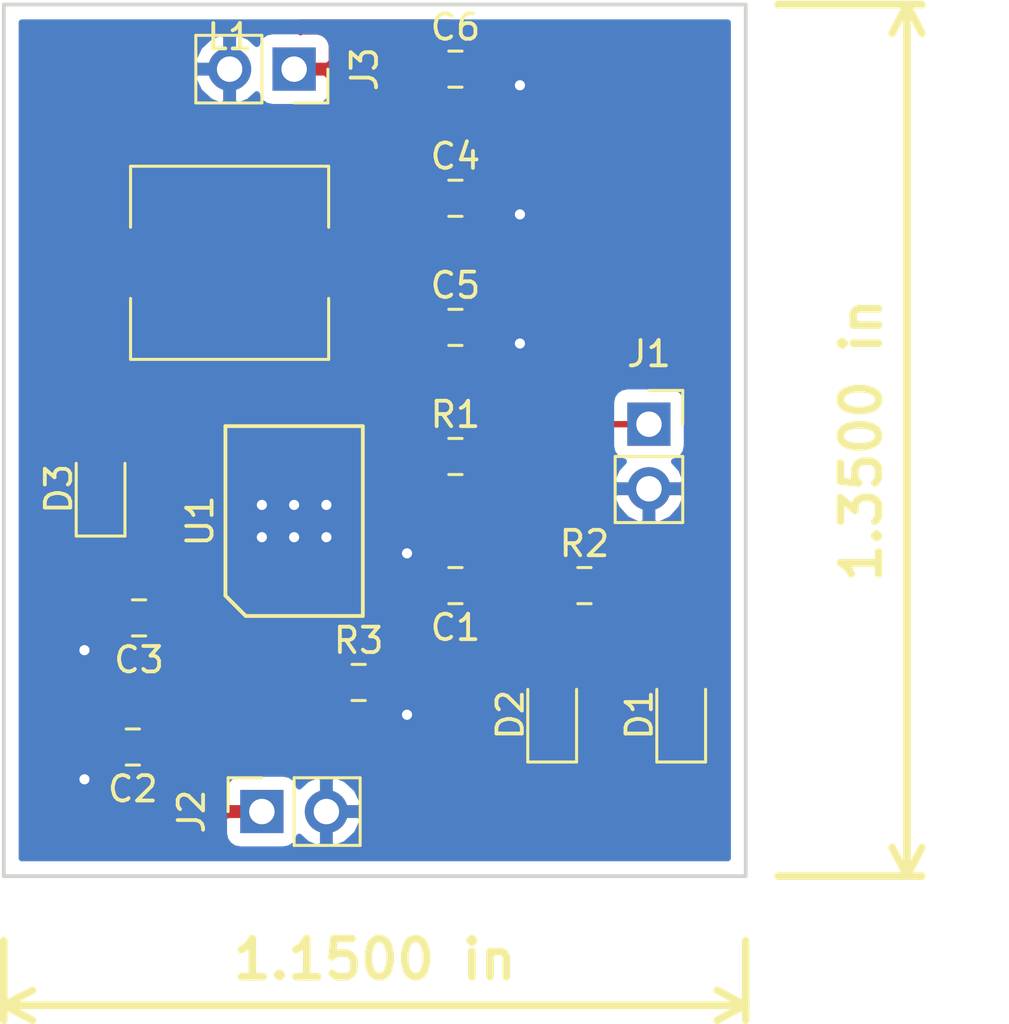
<source format=kicad_pcb>
(kicad_pcb (version 20171130) (host pcbnew 5.0.2+dfsg1-1)

  (general
    (thickness 1.6)
    (drawings 6)
    (tracks 88)
    (zones 0)
    (modules 17)
    (nets 11)
  )

  (page A4)
  (layers
    (0 F.Cu signal)
    (31 B.Cu signal)
    (32 B.Adhes user)
    (33 F.Adhes user)
    (34 B.Paste user)
    (35 F.Paste user)
    (36 B.SilkS user)
    (37 F.SilkS user)
    (38 B.Mask user)
    (39 F.Mask user)
    (40 Dwgs.User user)
    (41 Cmts.User user)
    (42 Eco1.User user)
    (43 Eco2.User user)
    (44 Edge.Cuts user)
    (45 Margin user)
    (46 B.CrtYd user)
    (47 F.CrtYd user)
    (48 B.Fab user)
    (49 F.Fab user)
  )

  (setup
    (last_trace_width 0.25)
    (trace_clearance 0.2)
    (zone_clearance 0.508)
    (zone_45_only no)
    (trace_min 0.2)
    (segment_width 0.2)
    (edge_width 0.15)
    (via_size 0.8)
    (via_drill 0.4)
    (via_min_size 0.4)
    (via_min_drill 0.3)
    (uvia_size 0.3)
    (uvia_drill 0.1)
    (uvias_allowed no)
    (uvia_min_size 0.2)
    (uvia_min_drill 0.1)
    (pcb_text_width 0.3)
    (pcb_text_size 1.5 1.5)
    (mod_edge_width 0.15)
    (mod_text_size 1 1)
    (mod_text_width 0.15)
    (pad_size 1.524 1.524)
    (pad_drill 0.762)
    (pad_to_mask_clearance 0.051)
    (solder_mask_min_width 0.25)
    (aux_axis_origin 0 0)
    (visible_elements FFFFFF7F)
    (pcbplotparams
      (layerselection 0x010fc_ffffffff)
      (usegerberextensions false)
      (usegerberattributes false)
      (usegerberadvancedattributes false)
      (creategerberjobfile false)
      (excludeedgelayer true)
      (linewidth 0.100000)
      (plotframeref false)
      (viasonmask false)
      (mode 1)
      (useauxorigin false)
      (hpglpennumber 1)
      (hpglpenspeed 20)
      (hpglpendiameter 15.000000)
      (psnegative false)
      (psa4output false)
      (plotreference true)
      (plotvalue true)
      (plotinvisibletext false)
      (padsonsilk false)
      (subtractmaskfromsilk false)
      (outputformat 1)
      (mirror false)
      (drillshape 1)
      (scaleselection 1)
      (outputdirectory ""))
  )

  (net 0 "")
  (net 1 GND)
  (net 2 vcc)
  (net 3 vout)
  (net 4 bat)
  (net 5 "Net-(D1-Pad2)")
  (net 6 chrgled)
  (net 7 stdbyled)
  (net 8 "Net-(D3-Pad2)")
  (net 9 "Net-(J1-Pad1)")
  (net 10 "Net-(R3-Pad1)")

  (net_class Default "This is the default net class."
    (clearance 0.2)
    (trace_width 0.25)
    (via_dia 0.8)
    (via_drill 0.4)
    (uvia_dia 0.3)
    (uvia_drill 0.1)
    (add_net GND)
    (add_net "Net-(D1-Pad2)")
    (add_net "Net-(D3-Pad2)")
    (add_net "Net-(J1-Pad1)")
    (add_net "Net-(R3-Pad1)")
    (add_net bat)
    (add_net chrgled)
    (add_net stdbyled)
    (add_net vcc)
    (add_net vout)
  )

  (module Capacitor_SMD:C_0805_2012Metric_Pad1.15x1.40mm_HandSolder (layer F.Cu) (tedit 5B36C52B) (tstamp 603C924C)
    (at 152.4 73.66 180)
    (descr "Capacitor SMD 0805 (2012 Metric), square (rectangular) end terminal, IPC_7351 nominal with elongated pad for handsoldering. (Body size source: https://docs.google.com/spreadsheets/d/1BsfQQcO9C6DZCsRaXUlFlo91Tg2WpOkGARC1WS5S8t0/edit?usp=sharing), generated with kicad-footprint-generator")
    (tags "capacitor handsolder")
    (path /600CDC42)
    (attr smd)
    (fp_text reference C1 (at 0 -1.65 180) (layer F.SilkS)
      (effects (font (size 1 1) (thickness 0.15)))
    )
    (fp_text value 10u (at 0 1.65 180) (layer F.Fab)
      (effects (font (size 1 1) (thickness 0.15)))
    )
    (fp_text user %R (at 0 0 180) (layer F.Fab)
      (effects (font (size 0.5 0.5) (thickness 0.08)))
    )
    (fp_line (start 1.85 0.95) (end -1.85 0.95) (layer F.CrtYd) (width 0.05))
    (fp_line (start 1.85 -0.95) (end 1.85 0.95) (layer F.CrtYd) (width 0.05))
    (fp_line (start -1.85 -0.95) (end 1.85 -0.95) (layer F.CrtYd) (width 0.05))
    (fp_line (start -1.85 0.95) (end -1.85 -0.95) (layer F.CrtYd) (width 0.05))
    (fp_line (start -0.261252 0.71) (end 0.261252 0.71) (layer F.SilkS) (width 0.12))
    (fp_line (start -0.261252 -0.71) (end 0.261252 -0.71) (layer F.SilkS) (width 0.12))
    (fp_line (start 1 0.6) (end -1 0.6) (layer F.Fab) (width 0.1))
    (fp_line (start 1 -0.6) (end 1 0.6) (layer F.Fab) (width 0.1))
    (fp_line (start -1 -0.6) (end 1 -0.6) (layer F.Fab) (width 0.1))
    (fp_line (start -1 0.6) (end -1 -0.6) (layer F.Fab) (width 0.1))
    (pad 2 smd roundrect (at 1.025 0 180) (size 1.15 1.4) (layers F.Cu F.Paste F.Mask) (roundrect_rratio 0.217391)
      (net 1 GND))
    (pad 1 smd roundrect (at -1.025 0 180) (size 1.15 1.4) (layers F.Cu F.Paste F.Mask) (roundrect_rratio 0.217391)
      (net 2 vcc))
    (model ${KISYS3DMOD}/Capacitor_SMD.3dshapes/C_0805_2012Metric.wrl
      (at (xyz 0 0 0))
      (scale (xyz 1 1 1))
      (rotate (xyz 0 0 0))
    )
  )

  (module Capacitor_SMD:C_0805_2012Metric_Pad1.15x1.40mm_HandSolder (layer F.Cu) (tedit 5B36C52B) (tstamp 603C925D)
    (at 139.7 80.01 180)
    (descr "Capacitor SMD 0805 (2012 Metric), square (rectangular) end terminal, IPC_7351 nominal with elongated pad for handsoldering. (Body size source: https://docs.google.com/spreadsheets/d/1BsfQQcO9C6DZCsRaXUlFlo91Tg2WpOkGARC1WS5S8t0/edit?usp=sharing), generated with kicad-footprint-generator")
    (tags "capacitor handsolder")
    (path /600C895B)
    (attr smd)
    (fp_text reference C2 (at 0 -1.65 180) (layer F.SilkS)
      (effects (font (size 1 1) (thickness 0.15)))
    )
    (fp_text value 22u (at 0 1.65 180) (layer F.Fab)
      (effects (font (size 1 1) (thickness 0.15)))
    )
    (fp_line (start -1 0.6) (end -1 -0.6) (layer F.Fab) (width 0.1))
    (fp_line (start -1 -0.6) (end 1 -0.6) (layer F.Fab) (width 0.1))
    (fp_line (start 1 -0.6) (end 1 0.6) (layer F.Fab) (width 0.1))
    (fp_line (start 1 0.6) (end -1 0.6) (layer F.Fab) (width 0.1))
    (fp_line (start -0.261252 -0.71) (end 0.261252 -0.71) (layer F.SilkS) (width 0.12))
    (fp_line (start -0.261252 0.71) (end 0.261252 0.71) (layer F.SilkS) (width 0.12))
    (fp_line (start -1.85 0.95) (end -1.85 -0.95) (layer F.CrtYd) (width 0.05))
    (fp_line (start -1.85 -0.95) (end 1.85 -0.95) (layer F.CrtYd) (width 0.05))
    (fp_line (start 1.85 -0.95) (end 1.85 0.95) (layer F.CrtYd) (width 0.05))
    (fp_line (start 1.85 0.95) (end -1.85 0.95) (layer F.CrtYd) (width 0.05))
    (fp_text user %R (at 0 0 180) (layer F.Fab)
      (effects (font (size 0.5 0.5) (thickness 0.08)))
    )
    (pad 1 smd roundrect (at -1.025 0 180) (size 1.15 1.4) (layers F.Cu F.Paste F.Mask) (roundrect_rratio 0.217391)
      (net 3 vout))
    (pad 2 smd roundrect (at 1.025 0 180) (size 1.15 1.4) (layers F.Cu F.Paste F.Mask) (roundrect_rratio 0.217391)
      (net 1 GND))
    (model ${KISYS3DMOD}/Capacitor_SMD.3dshapes/C_0805_2012Metric.wrl
      (at (xyz 0 0 0))
      (scale (xyz 1 1 1))
      (rotate (xyz 0 0 0))
    )
  )

  (module Capacitor_SMD:C_0805_2012Metric_Pad1.15x1.40mm_HandSolder (layer F.Cu) (tedit 5B36C52B) (tstamp 603C926E)
    (at 139.945 74.93 180)
    (descr "Capacitor SMD 0805 (2012 Metric), square (rectangular) end terminal, IPC_7351 nominal with elongated pad for handsoldering. (Body size source: https://docs.google.com/spreadsheets/d/1BsfQQcO9C6DZCsRaXUlFlo91Tg2WpOkGARC1WS5S8t0/edit?usp=sharing), generated with kicad-footprint-generator")
    (tags "capacitor handsolder")
    (path /600CA76E)
    (attr smd)
    (fp_text reference C3 (at 0 -1.65 180) (layer F.SilkS)
      (effects (font (size 1 1) (thickness 0.15)))
    )
    (fp_text value 100n (at 0 1.65 180) (layer F.Fab)
      (effects (font (size 1 1) (thickness 0.15)))
    )
    (fp_line (start -1 0.6) (end -1 -0.6) (layer F.Fab) (width 0.1))
    (fp_line (start -1 -0.6) (end 1 -0.6) (layer F.Fab) (width 0.1))
    (fp_line (start 1 -0.6) (end 1 0.6) (layer F.Fab) (width 0.1))
    (fp_line (start 1 0.6) (end -1 0.6) (layer F.Fab) (width 0.1))
    (fp_line (start -0.261252 -0.71) (end 0.261252 -0.71) (layer F.SilkS) (width 0.12))
    (fp_line (start -0.261252 0.71) (end 0.261252 0.71) (layer F.SilkS) (width 0.12))
    (fp_line (start -1.85 0.95) (end -1.85 -0.95) (layer F.CrtYd) (width 0.05))
    (fp_line (start -1.85 -0.95) (end 1.85 -0.95) (layer F.CrtYd) (width 0.05))
    (fp_line (start 1.85 -0.95) (end 1.85 0.95) (layer F.CrtYd) (width 0.05))
    (fp_line (start 1.85 0.95) (end -1.85 0.95) (layer F.CrtYd) (width 0.05))
    (fp_text user %R (at 0 0 180) (layer F.Fab)
      (effects (font (size 0.5 0.5) (thickness 0.08)))
    )
    (pad 1 smd roundrect (at -1.025 0 180) (size 1.15 1.4) (layers F.Cu F.Paste F.Mask) (roundrect_rratio 0.217391)
      (net 3 vout))
    (pad 2 smd roundrect (at 1.025 0 180) (size 1.15 1.4) (layers F.Cu F.Paste F.Mask) (roundrect_rratio 0.217391)
      (net 1 GND))
    (model ${KISYS3DMOD}/Capacitor_SMD.3dshapes/C_0805_2012Metric.wrl
      (at (xyz 0 0 0))
      (scale (xyz 1 1 1))
      (rotate (xyz 0 0 0))
    )
  )

  (module Capacitor_SMD:C_0805_2012Metric_Pad1.15x1.40mm_HandSolder (layer F.Cu) (tedit 5B36C52B) (tstamp 603C927F)
    (at 152.4 58.42)
    (descr "Capacitor SMD 0805 (2012 Metric), square (rectangular) end terminal, IPC_7351 nominal with elongated pad for handsoldering. (Body size source: https://docs.google.com/spreadsheets/d/1BsfQQcO9C6DZCsRaXUlFlo91Tg2WpOkGARC1WS5S8t0/edit?usp=sharing), generated with kicad-footprint-generator")
    (tags "capacitor handsolder")
    (path /600C8126)
    (attr smd)
    (fp_text reference C4 (at 0 -1.65) (layer F.SilkS)
      (effects (font (size 1 1) (thickness 0.15)))
    )
    (fp_text value 100n (at 0 1.65) (layer F.Fab)
      (effects (font (size 1 1) (thickness 0.15)))
    )
    (fp_line (start -1 0.6) (end -1 -0.6) (layer F.Fab) (width 0.1))
    (fp_line (start -1 -0.6) (end 1 -0.6) (layer F.Fab) (width 0.1))
    (fp_line (start 1 -0.6) (end 1 0.6) (layer F.Fab) (width 0.1))
    (fp_line (start 1 0.6) (end -1 0.6) (layer F.Fab) (width 0.1))
    (fp_line (start -0.261252 -0.71) (end 0.261252 -0.71) (layer F.SilkS) (width 0.12))
    (fp_line (start -0.261252 0.71) (end 0.261252 0.71) (layer F.SilkS) (width 0.12))
    (fp_line (start -1.85 0.95) (end -1.85 -0.95) (layer F.CrtYd) (width 0.05))
    (fp_line (start -1.85 -0.95) (end 1.85 -0.95) (layer F.CrtYd) (width 0.05))
    (fp_line (start 1.85 -0.95) (end 1.85 0.95) (layer F.CrtYd) (width 0.05))
    (fp_line (start 1.85 0.95) (end -1.85 0.95) (layer F.CrtYd) (width 0.05))
    (fp_text user %R (at 0 0) (layer F.Fab)
      (effects (font (size 0.5 0.5) (thickness 0.08)))
    )
    (pad 1 smd roundrect (at -1.025 0) (size 1.15 1.4) (layers F.Cu F.Paste F.Mask) (roundrect_rratio 0.217391)
      (net 4 bat))
    (pad 2 smd roundrect (at 1.025 0) (size 1.15 1.4) (layers F.Cu F.Paste F.Mask) (roundrect_rratio 0.217391)
      (net 1 GND))
    (model ${KISYS3DMOD}/Capacitor_SMD.3dshapes/C_0805_2012Metric.wrl
      (at (xyz 0 0 0))
      (scale (xyz 1 1 1))
      (rotate (xyz 0 0 0))
    )
  )

  (module Capacitor_SMD:C_0805_2012Metric_Pad1.15x1.40mm_HandSolder (layer F.Cu) (tedit 5B36C52B) (tstamp 603C9290)
    (at 152.4 63.5)
    (descr "Capacitor SMD 0805 (2012 Metric), square (rectangular) end terminal, IPC_7351 nominal with elongated pad for handsoldering. (Body size source: https://docs.google.com/spreadsheets/d/1BsfQQcO9C6DZCsRaXUlFlo91Tg2WpOkGARC1WS5S8t0/edit?usp=sharing), generated with kicad-footprint-generator")
    (tags "capacitor handsolder")
    (path /600C8035)
    (attr smd)
    (fp_text reference C5 (at 0 -1.65) (layer F.SilkS)
      (effects (font (size 1 1) (thickness 0.15)))
    )
    (fp_text value 22u (at 0 1.65) (layer F.Fab)
      (effects (font (size 1 1) (thickness 0.15)))
    )
    (fp_text user %R (at 0 0) (layer F.Fab)
      (effects (font (size 0.5 0.5) (thickness 0.08)))
    )
    (fp_line (start 1.85 0.95) (end -1.85 0.95) (layer F.CrtYd) (width 0.05))
    (fp_line (start 1.85 -0.95) (end 1.85 0.95) (layer F.CrtYd) (width 0.05))
    (fp_line (start -1.85 -0.95) (end 1.85 -0.95) (layer F.CrtYd) (width 0.05))
    (fp_line (start -1.85 0.95) (end -1.85 -0.95) (layer F.CrtYd) (width 0.05))
    (fp_line (start -0.261252 0.71) (end 0.261252 0.71) (layer F.SilkS) (width 0.12))
    (fp_line (start -0.261252 -0.71) (end 0.261252 -0.71) (layer F.SilkS) (width 0.12))
    (fp_line (start 1 0.6) (end -1 0.6) (layer F.Fab) (width 0.1))
    (fp_line (start 1 -0.6) (end 1 0.6) (layer F.Fab) (width 0.1))
    (fp_line (start -1 -0.6) (end 1 -0.6) (layer F.Fab) (width 0.1))
    (fp_line (start -1 0.6) (end -1 -0.6) (layer F.Fab) (width 0.1))
    (pad 2 smd roundrect (at 1.025 0) (size 1.15 1.4) (layers F.Cu F.Paste F.Mask) (roundrect_rratio 0.217391)
      (net 1 GND))
    (pad 1 smd roundrect (at -1.025 0) (size 1.15 1.4) (layers F.Cu F.Paste F.Mask) (roundrect_rratio 0.217391)
      (net 4 bat))
    (model ${KISYS3DMOD}/Capacitor_SMD.3dshapes/C_0805_2012Metric.wrl
      (at (xyz 0 0 0))
      (scale (xyz 1 1 1))
      (rotate (xyz 0 0 0))
    )
  )

  (module Capacitor_SMD:C_0805_2012Metric_Pad1.15x1.40mm_HandSolder (layer F.Cu) (tedit 5B36C52B) (tstamp 603C92A1)
    (at 152.4 53.34)
    (descr "Capacitor SMD 0805 (2012 Metric), square (rectangular) end terminal, IPC_7351 nominal with elongated pad for handsoldering. (Body size source: https://docs.google.com/spreadsheets/d/1BsfQQcO9C6DZCsRaXUlFlo91Tg2WpOkGARC1WS5S8t0/edit?usp=sharing), generated with kicad-footprint-generator")
    (tags "capacitor handsolder")
    (path /600C835B)
    (attr smd)
    (fp_text reference C6 (at 0 -1.65) (layer F.SilkS)
      (effects (font (size 1 1) (thickness 0.15)))
    )
    (fp_text value 22u (at 0 1.65) (layer F.Fab)
      (effects (font (size 1 1) (thickness 0.15)))
    )
    (fp_text user %R (at 0 0) (layer F.Fab)
      (effects (font (size 0.5 0.5) (thickness 0.08)))
    )
    (fp_line (start 1.85 0.95) (end -1.85 0.95) (layer F.CrtYd) (width 0.05))
    (fp_line (start 1.85 -0.95) (end 1.85 0.95) (layer F.CrtYd) (width 0.05))
    (fp_line (start -1.85 -0.95) (end 1.85 -0.95) (layer F.CrtYd) (width 0.05))
    (fp_line (start -1.85 0.95) (end -1.85 -0.95) (layer F.CrtYd) (width 0.05))
    (fp_line (start -0.261252 0.71) (end 0.261252 0.71) (layer F.SilkS) (width 0.12))
    (fp_line (start -0.261252 -0.71) (end 0.261252 -0.71) (layer F.SilkS) (width 0.12))
    (fp_line (start 1 0.6) (end -1 0.6) (layer F.Fab) (width 0.1))
    (fp_line (start 1 -0.6) (end 1 0.6) (layer F.Fab) (width 0.1))
    (fp_line (start -1 -0.6) (end 1 -0.6) (layer F.Fab) (width 0.1))
    (fp_line (start -1 0.6) (end -1 -0.6) (layer F.Fab) (width 0.1))
    (pad 2 smd roundrect (at 1.025 0) (size 1.15 1.4) (layers F.Cu F.Paste F.Mask) (roundrect_rratio 0.217391)
      (net 1 GND))
    (pad 1 smd roundrect (at -1.025 0) (size 1.15 1.4) (layers F.Cu F.Paste F.Mask) (roundrect_rratio 0.217391)
      (net 4 bat))
    (model ${KISYS3DMOD}/Capacitor_SMD.3dshapes/C_0805_2012Metric.wrl
      (at (xyz 0 0 0))
      (scale (xyz 1 1 1))
      (rotate (xyz 0 0 0))
    )
  )

  (module LED_SMD:LED_0805_2012Metric_Pad1.15x1.40mm_HandSolder (layer F.Cu) (tedit 5B4B45C9) (tstamp 603C92B4)
    (at 161.29 78.74 90)
    (descr "LED SMD 0805 (2012 Metric), square (rectangular) end terminal, IPC_7351 nominal, (Body size source: https://docs.google.com/spreadsheets/d/1BsfQQcO9C6DZCsRaXUlFlo91Tg2WpOkGARC1WS5S8t0/edit?usp=sharing), generated with kicad-footprint-generator")
    (tags "LED handsolder")
    (path /600CDE6A)
    (attr smd)
    (fp_text reference D1 (at 0 -1.65 90) (layer F.SilkS)
      (effects (font (size 1 1) (thickness 0.15)))
    )
    (fp_text value LED (at 0 1.65 90) (layer F.Fab)
      (effects (font (size 1 1) (thickness 0.15)))
    )
    (fp_text user %R (at 0 0 90) (layer F.Fab)
      (effects (font (size 0.5 0.5) (thickness 0.08)))
    )
    (fp_line (start 1.85 0.95) (end -1.85 0.95) (layer F.CrtYd) (width 0.05))
    (fp_line (start 1.85 -0.95) (end 1.85 0.95) (layer F.CrtYd) (width 0.05))
    (fp_line (start -1.85 -0.95) (end 1.85 -0.95) (layer F.CrtYd) (width 0.05))
    (fp_line (start -1.85 0.95) (end -1.85 -0.95) (layer F.CrtYd) (width 0.05))
    (fp_line (start -1.86 0.96) (end 1 0.96) (layer F.SilkS) (width 0.12))
    (fp_line (start -1.86 -0.96) (end -1.86 0.96) (layer F.SilkS) (width 0.12))
    (fp_line (start 1 -0.96) (end -1.86 -0.96) (layer F.SilkS) (width 0.12))
    (fp_line (start 1 0.6) (end 1 -0.6) (layer F.Fab) (width 0.1))
    (fp_line (start -1 0.6) (end 1 0.6) (layer F.Fab) (width 0.1))
    (fp_line (start -1 -0.3) (end -1 0.6) (layer F.Fab) (width 0.1))
    (fp_line (start -0.7 -0.6) (end -1 -0.3) (layer F.Fab) (width 0.1))
    (fp_line (start 1 -0.6) (end -0.7 -0.6) (layer F.Fab) (width 0.1))
    (pad 2 smd roundrect (at 1.025 0 90) (size 1.15 1.4) (layers F.Cu F.Paste F.Mask) (roundrect_rratio 0.217391)
      (net 5 "Net-(D1-Pad2)"))
    (pad 1 smd roundrect (at -1.025 0 90) (size 1.15 1.4) (layers F.Cu F.Paste F.Mask) (roundrect_rratio 0.217391)
      (net 6 chrgled))
    (model ${KISYS3DMOD}/LED_SMD.3dshapes/LED_0805_2012Metric.wrl
      (at (xyz 0 0 0))
      (scale (xyz 1 1 1))
      (rotate (xyz 0 0 0))
    )
  )

  (module LED_SMD:LED_0805_2012Metric_Pad1.15x1.40mm_HandSolder (layer F.Cu) (tedit 5B4B45C9) (tstamp 603C92C7)
    (at 156.21 78.74 90)
    (descr "LED SMD 0805 (2012 Metric), square (rectangular) end terminal, IPC_7351 nominal, (Body size source: https://docs.google.com/spreadsheets/d/1BsfQQcO9C6DZCsRaXUlFlo91Tg2WpOkGARC1WS5S8t0/edit?usp=sharing), generated with kicad-footprint-generator")
    (tags "LED handsolder")
    (path /600CDEEF)
    (attr smd)
    (fp_text reference D2 (at 0 -1.65 90) (layer F.SilkS)
      (effects (font (size 1 1) (thickness 0.15)))
    )
    (fp_text value LED (at 0 1.65 90) (layer F.Fab)
      (effects (font (size 1 1) (thickness 0.15)))
    )
    (fp_line (start 1 -0.6) (end -0.7 -0.6) (layer F.Fab) (width 0.1))
    (fp_line (start -0.7 -0.6) (end -1 -0.3) (layer F.Fab) (width 0.1))
    (fp_line (start -1 -0.3) (end -1 0.6) (layer F.Fab) (width 0.1))
    (fp_line (start -1 0.6) (end 1 0.6) (layer F.Fab) (width 0.1))
    (fp_line (start 1 0.6) (end 1 -0.6) (layer F.Fab) (width 0.1))
    (fp_line (start 1 -0.96) (end -1.86 -0.96) (layer F.SilkS) (width 0.12))
    (fp_line (start -1.86 -0.96) (end -1.86 0.96) (layer F.SilkS) (width 0.12))
    (fp_line (start -1.86 0.96) (end 1 0.96) (layer F.SilkS) (width 0.12))
    (fp_line (start -1.85 0.95) (end -1.85 -0.95) (layer F.CrtYd) (width 0.05))
    (fp_line (start -1.85 -0.95) (end 1.85 -0.95) (layer F.CrtYd) (width 0.05))
    (fp_line (start 1.85 -0.95) (end 1.85 0.95) (layer F.CrtYd) (width 0.05))
    (fp_line (start 1.85 0.95) (end -1.85 0.95) (layer F.CrtYd) (width 0.05))
    (fp_text user %R (at 0 0 90) (layer F.Fab)
      (effects (font (size 0.5 0.5) (thickness 0.08)))
    )
    (pad 1 smd roundrect (at -1.025 0 90) (size 1.15 1.4) (layers F.Cu F.Paste F.Mask) (roundrect_rratio 0.217391)
      (net 7 stdbyled))
    (pad 2 smd roundrect (at 1.025 0 90) (size 1.15 1.4) (layers F.Cu F.Paste F.Mask) (roundrect_rratio 0.217391)
      (net 5 "Net-(D1-Pad2)"))
    (model ${KISYS3DMOD}/LED_SMD.3dshapes/LED_0805_2012Metric.wrl
      (at (xyz 0 0 0))
      (scale (xyz 1 1 1))
      (rotate (xyz 0 0 0))
    )
  )

  (module Diode_SMD:D_0805_2012Metric_Pad1.15x1.40mm_HandSolder (layer F.Cu) (tedit 5B4B45C8) (tstamp 603CA10B)
    (at 138.43 69.85 90)
    (descr "Diode SMD 0805 (2012 Metric), square (rectangular) end terminal, IPC_7351 nominal, (Body size source: https://docs.google.com/spreadsheets/d/1BsfQQcO9C6DZCsRaXUlFlo91Tg2WpOkGARC1WS5S8t0/edit?usp=sharing), generated with kicad-footprint-generator")
    (tags "diode handsolder")
    (path /600C7D57)
    (attr smd)
    (fp_text reference D3 (at 0 -1.65 90) (layer F.SilkS)
      (effects (font (size 1 1) (thickness 0.15)))
    )
    (fp_text value 3A20V (at 0 1.65 90) (layer F.Fab)
      (effects (font (size 1 1) (thickness 0.15)))
    )
    (fp_line (start 1 -0.6) (end -0.7 -0.6) (layer F.Fab) (width 0.1))
    (fp_line (start -0.7 -0.6) (end -1 -0.3) (layer F.Fab) (width 0.1))
    (fp_line (start -1 -0.3) (end -1 0.6) (layer F.Fab) (width 0.1))
    (fp_line (start -1 0.6) (end 1 0.6) (layer F.Fab) (width 0.1))
    (fp_line (start 1 0.6) (end 1 -0.6) (layer F.Fab) (width 0.1))
    (fp_line (start 1 -0.96) (end -1.86 -0.96) (layer F.SilkS) (width 0.12))
    (fp_line (start -1.86 -0.96) (end -1.86 0.96) (layer F.SilkS) (width 0.12))
    (fp_line (start -1.86 0.96) (end 1 0.96) (layer F.SilkS) (width 0.12))
    (fp_line (start -1.85 0.95) (end -1.85 -0.95) (layer F.CrtYd) (width 0.05))
    (fp_line (start -1.85 -0.95) (end 1.85 -0.95) (layer F.CrtYd) (width 0.05))
    (fp_line (start 1.85 -0.95) (end 1.85 0.95) (layer F.CrtYd) (width 0.05))
    (fp_line (start 1.85 0.95) (end -1.85 0.95) (layer F.CrtYd) (width 0.05))
    (fp_text user %R (at 0 0 90) (layer F.Fab)
      (effects (font (size 0.5 0.5) (thickness 0.08)))
    )
    (pad 1 smd roundrect (at -1.025 0 90) (size 1.15 1.4) (layers F.Cu F.Paste F.Mask) (roundrect_rratio 0.217391)
      (net 3 vout))
    (pad 2 smd roundrect (at 1.025 0 90) (size 1.15 1.4) (layers F.Cu F.Paste F.Mask) (roundrect_rratio 0.217391)
      (net 8 "Net-(D3-Pad2)"))
    (model ${KISYS3DMOD}/Diode_SMD.3dshapes/D_0805_2012Metric.wrl
      (at (xyz 0 0 0))
      (scale (xyz 1 1 1))
      (rotate (xyz 0 0 0))
    )
  )

  (module Connector_PinSocket_2.54mm:PinSocket_1x02_P2.54mm_Vertical (layer F.Cu) (tedit 5A19A420) (tstamp 603C92F0)
    (at 160.02 67.31)
    (descr "Through hole straight socket strip, 1x02, 2.54mm pitch, single row (from Kicad 4.0.7), script generated")
    (tags "Through hole socket strip THT 1x02 2.54mm single row")
    (path /600C8671)
    (fp_text reference J1 (at 0 -2.77) (layer F.SilkS)
      (effects (font (size 1 1) (thickness 0.15)))
    )
    (fp_text value vin (at 0 5.31) (layer F.Fab)
      (effects (font (size 1 1) (thickness 0.15)))
    )
    (fp_line (start -1.27 -1.27) (end 0.635 -1.27) (layer F.Fab) (width 0.1))
    (fp_line (start 0.635 -1.27) (end 1.27 -0.635) (layer F.Fab) (width 0.1))
    (fp_line (start 1.27 -0.635) (end 1.27 3.81) (layer F.Fab) (width 0.1))
    (fp_line (start 1.27 3.81) (end -1.27 3.81) (layer F.Fab) (width 0.1))
    (fp_line (start -1.27 3.81) (end -1.27 -1.27) (layer F.Fab) (width 0.1))
    (fp_line (start -1.33 1.27) (end 1.33 1.27) (layer F.SilkS) (width 0.12))
    (fp_line (start -1.33 1.27) (end -1.33 3.87) (layer F.SilkS) (width 0.12))
    (fp_line (start -1.33 3.87) (end 1.33 3.87) (layer F.SilkS) (width 0.12))
    (fp_line (start 1.33 1.27) (end 1.33 3.87) (layer F.SilkS) (width 0.12))
    (fp_line (start 1.33 -1.33) (end 1.33 0) (layer F.SilkS) (width 0.12))
    (fp_line (start 0 -1.33) (end 1.33 -1.33) (layer F.SilkS) (width 0.12))
    (fp_line (start -1.8 -1.8) (end 1.75 -1.8) (layer F.CrtYd) (width 0.05))
    (fp_line (start 1.75 -1.8) (end 1.75 4.3) (layer F.CrtYd) (width 0.05))
    (fp_line (start 1.75 4.3) (end -1.8 4.3) (layer F.CrtYd) (width 0.05))
    (fp_line (start -1.8 4.3) (end -1.8 -1.8) (layer F.CrtYd) (width 0.05))
    (fp_text user %R (at 0 1.27 90) (layer F.Fab)
      (effects (font (size 1 1) (thickness 0.15)))
    )
    (pad 1 thru_hole rect (at 0 0) (size 1.7 1.7) (drill 1) (layers *.Cu *.Mask)
      (net 9 "Net-(J1-Pad1)"))
    (pad 2 thru_hole oval (at 0 2.54) (size 1.7 1.7) (drill 1) (layers *.Cu *.Mask)
      (net 1 GND))
    (model ${KISYS3DMOD}/Connector_PinSocket_2.54mm.3dshapes/PinSocket_1x02_P2.54mm_Vertical.wrl
      (at (xyz 0 0 0))
      (scale (xyz 1 1 1))
      (rotate (xyz 0 0 0))
    )
  )

  (module Connector_PinSocket_2.54mm:PinSocket_1x02_P2.54mm_Vertical (layer F.Cu) (tedit 5A19A420) (tstamp 603C9306)
    (at 144.78 82.55 90)
    (descr "Through hole straight socket strip, 1x02, 2.54mm pitch, single row (from Kicad 4.0.7), script generated")
    (tags "Through hole socket strip THT 1x02 2.54mm single row")
    (path /600C874F)
    (fp_text reference J2 (at 0 -2.77 90) (layer F.SilkS)
      (effects (font (size 1 1) (thickness 0.15)))
    )
    (fp_text value vout (at 0 5.31 90) (layer F.Fab)
      (effects (font (size 1 1) (thickness 0.15)))
    )
    (fp_text user %R (at 0 1.27 180) (layer F.Fab)
      (effects (font (size 1 1) (thickness 0.15)))
    )
    (fp_line (start -1.8 4.3) (end -1.8 -1.8) (layer F.CrtYd) (width 0.05))
    (fp_line (start 1.75 4.3) (end -1.8 4.3) (layer F.CrtYd) (width 0.05))
    (fp_line (start 1.75 -1.8) (end 1.75 4.3) (layer F.CrtYd) (width 0.05))
    (fp_line (start -1.8 -1.8) (end 1.75 -1.8) (layer F.CrtYd) (width 0.05))
    (fp_line (start 0 -1.33) (end 1.33 -1.33) (layer F.SilkS) (width 0.12))
    (fp_line (start 1.33 -1.33) (end 1.33 0) (layer F.SilkS) (width 0.12))
    (fp_line (start 1.33 1.27) (end 1.33 3.87) (layer F.SilkS) (width 0.12))
    (fp_line (start -1.33 3.87) (end 1.33 3.87) (layer F.SilkS) (width 0.12))
    (fp_line (start -1.33 1.27) (end -1.33 3.87) (layer F.SilkS) (width 0.12))
    (fp_line (start -1.33 1.27) (end 1.33 1.27) (layer F.SilkS) (width 0.12))
    (fp_line (start -1.27 3.81) (end -1.27 -1.27) (layer F.Fab) (width 0.1))
    (fp_line (start 1.27 3.81) (end -1.27 3.81) (layer F.Fab) (width 0.1))
    (fp_line (start 1.27 -0.635) (end 1.27 3.81) (layer F.Fab) (width 0.1))
    (fp_line (start 0.635 -1.27) (end 1.27 -0.635) (layer F.Fab) (width 0.1))
    (fp_line (start -1.27 -1.27) (end 0.635 -1.27) (layer F.Fab) (width 0.1))
    (pad 2 thru_hole oval (at 0 2.54 90) (size 1.7 1.7) (drill 1) (layers *.Cu *.Mask)
      (net 1 GND))
    (pad 1 thru_hole rect (at 0 0 90) (size 1.7 1.7) (drill 1) (layers *.Cu *.Mask)
      (net 3 vout))
    (model ${KISYS3DMOD}/Connector_PinSocket_2.54mm.3dshapes/PinSocket_1x02_P2.54mm_Vertical.wrl
      (at (xyz 0 0 0))
      (scale (xyz 1 1 1))
      (rotate (xyz 0 0 0))
    )
  )

  (module Connector_PinSocket_2.54mm:PinSocket_1x02_P2.54mm_Vertical (layer F.Cu) (tedit 5A19A420) (tstamp 603C931C)
    (at 146.05 53.34 270)
    (descr "Through hole straight socket strip, 1x02, 2.54mm pitch, single row (from Kicad 4.0.7), script generated")
    (tags "Through hole socket strip THT 1x02 2.54mm single row")
    (path /600C8304)
    (fp_text reference J3 (at 0 -2.77 270) (layer F.SilkS)
      (effects (font (size 1 1) (thickness 0.15)))
    )
    (fp_text value battery (at 0 5.31 270) (layer F.Fab)
      (effects (font (size 1 1) (thickness 0.15)))
    )
    (fp_line (start -1.27 -1.27) (end 0.635 -1.27) (layer F.Fab) (width 0.1))
    (fp_line (start 0.635 -1.27) (end 1.27 -0.635) (layer F.Fab) (width 0.1))
    (fp_line (start 1.27 -0.635) (end 1.27 3.81) (layer F.Fab) (width 0.1))
    (fp_line (start 1.27 3.81) (end -1.27 3.81) (layer F.Fab) (width 0.1))
    (fp_line (start -1.27 3.81) (end -1.27 -1.27) (layer F.Fab) (width 0.1))
    (fp_line (start -1.33 1.27) (end 1.33 1.27) (layer F.SilkS) (width 0.12))
    (fp_line (start -1.33 1.27) (end -1.33 3.87) (layer F.SilkS) (width 0.12))
    (fp_line (start -1.33 3.87) (end 1.33 3.87) (layer F.SilkS) (width 0.12))
    (fp_line (start 1.33 1.27) (end 1.33 3.87) (layer F.SilkS) (width 0.12))
    (fp_line (start 1.33 -1.33) (end 1.33 0) (layer F.SilkS) (width 0.12))
    (fp_line (start 0 -1.33) (end 1.33 -1.33) (layer F.SilkS) (width 0.12))
    (fp_line (start -1.8 -1.8) (end 1.75 -1.8) (layer F.CrtYd) (width 0.05))
    (fp_line (start 1.75 -1.8) (end 1.75 4.3) (layer F.CrtYd) (width 0.05))
    (fp_line (start 1.75 4.3) (end -1.8 4.3) (layer F.CrtYd) (width 0.05))
    (fp_line (start -1.8 4.3) (end -1.8 -1.8) (layer F.CrtYd) (width 0.05))
    (fp_text user %R (at 0 1.27) (layer F.Fab)
      (effects (font (size 1 1) (thickness 0.15)))
    )
    (pad 1 thru_hole rect (at 0 0 270) (size 1.7 1.7) (drill 1) (layers *.Cu *.Mask)
      (net 4 bat))
    (pad 2 thru_hole oval (at 0 2.54 270) (size 1.7 1.7) (drill 1) (layers *.Cu *.Mask)
      (net 1 GND))
    (model ${KISYS3DMOD}/Connector_PinSocket_2.54mm.3dshapes/PinSocket_1x02_P2.54mm_Vertical.wrl
      (at (xyz 0 0 0))
      (scale (xyz 1 1 1))
      (rotate (xyz 0 0 0))
    )
  )

  (module Inductor_SMD:L_Wuerth_WE-PD-Typ-M-Typ-S_Handsoldering (layer F.Cu) (tedit 5990349D) (tstamp 603C9358)
    (at 143.51 60.96)
    (descr "Choke, Drossel, WE-PD, Typ M, Typ S, Wuerth, SMD, Handsoldering,")
    (tags "Choke Drossel WE-PD TypM TypS Wuerth SMD Handsoldering ")
    (path /600C8501)
    (attr smd)
    (fp_text reference L1 (at 0 -8.89) (layer F.SilkS)
      (effects (font (size 1 1) (thickness 0.15)))
    )
    (fp_text value 10uH (at -2.54 5.08) (layer F.Fab)
      (effects (font (size 1 1) (thickness 0.15)))
    )
    (fp_text user %R (at 0 0) (layer F.Fab)
      (effects (font (size 1 1) (thickness 0.15)))
    )
    (fp_line (start 4.2 -4) (end -4.2 -4) (layer F.CrtYd) (width 0.05))
    (fp_line (start -4.2 4) (end 4.2 4) (layer F.CrtYd) (width 0.05))
    (fp_line (start -4.2 -4) (end -4.2 -1.4) (layer F.CrtYd) (width 0.05))
    (fp_line (start -4.2 -1.4) (end -6.3 -1.4) (layer F.CrtYd) (width 0.05))
    (fp_line (start -6.3 -1.4) (end -6.3 1.4) (layer F.CrtYd) (width 0.05))
    (fp_line (start -6.3 1.4) (end -4.2 1.4) (layer F.CrtYd) (width 0.05))
    (fp_line (start -4.2 1.4) (end -4.2 4) (layer F.CrtYd) (width 0.05))
    (fp_line (start 4.2 4) (end 4.2 1.4) (layer F.CrtYd) (width 0.05))
    (fp_line (start 4.2 1.4) (end 6.3 1.4) (layer F.CrtYd) (width 0.05))
    (fp_line (start 6.3 1.4) (end 6.3 -1.4) (layer F.CrtYd) (width 0.05))
    (fp_line (start 6.3 -1.4) (end 4.2 -1.4) (layer F.CrtYd) (width 0.05))
    (fp_line (start 4.2 -1.4) (end 4.2 -4) (layer F.CrtYd) (width 0.05))
    (fp_line (start 3.9 -1.4) (end 3.9 -3.8) (layer F.SilkS) (width 0.12))
    (fp_line (start 3.9 -3.8) (end -3.9 -3.8) (layer F.SilkS) (width 0.12))
    (fp_line (start -3.9 1.4) (end -3.9 3.8) (layer F.SilkS) (width 0.12))
    (fp_line (start -3.9 3.8) (end 3.9 3.8) (layer F.SilkS) (width 0.12))
    (fp_line (start 3.9 3.8) (end 3.9 1.4) (layer F.SilkS) (width 0.12))
    (fp_line (start -3.9 -1.4) (end -3.9 -3.8) (layer F.SilkS) (width 0.12))
    (fp_line (start -3.75 -3.75) (end -3.75 -1.65) (layer F.Fab) (width 0.1))
    (fp_line (start 3.75 -3.75) (end -3.75 -3.75) (layer F.Fab) (width 0.1))
    (fp_line (start 3.75 3.75) (end 3.75 1.65) (layer F.Fab) (width 0.1))
    (fp_line (start -3.75 3.75) (end 3.75 3.75) (layer F.Fab) (width 0.1))
    (fp_line (start -3.75 1.65) (end -3.75 3.75) (layer F.Fab) (width 0.1))
    (fp_line (start 3.75 -3.75) (end 3.75 -1.65) (layer F.Fab) (width 0.1))
    (fp_line (start -2.55 -1.85) (end -2.75 -1.6) (layer F.Fab) (width 0.1))
    (fp_line (start -2.2 -2.3) (end -2.55 -1.85) (layer F.Fab) (width 0.1))
    (fp_line (start -1.75 -2.65) (end -2.2 -2.3) (layer F.Fab) (width 0.1))
    (fp_line (start -1.15 -2.95) (end -1.75 -2.65) (layer F.Fab) (width 0.1))
    (fp_line (start -0.55 -3.1) (end -1.15 -2.95) (layer F.Fab) (width 0.1))
    (fp_line (start 0 -3.15) (end -0.55 -3.1) (layer F.Fab) (width 0.1))
    (fp_line (start 0.4 -3.1) (end 0 -3.15) (layer F.Fab) (width 0.1))
    (fp_line (start 1 -2.95) (end 0.4 -3.1) (layer F.Fab) (width 0.1))
    (fp_line (start 1.5 -2.75) (end 1 -2.95) (layer F.Fab) (width 0.1))
    (fp_line (start 2 -2.4) (end 1.5 -2.75) (layer F.Fab) (width 0.1))
    (fp_line (start 2.45 -1.95) (end 2 -2.4) (layer F.Fab) (width 0.1))
    (fp_line (start 2.7 -1.6) (end 2.45 -1.95) (layer F.Fab) (width 0.1))
    (fp_line (start 2.4 2) (end 2.7 1.6) (layer F.Fab) (width 0.1))
    (fp_line (start 1.95 2.45) (end 2.4 2) (layer F.Fab) (width 0.1))
    (fp_line (start 1.4 2.8) (end 1.95 2.45) (layer F.Fab) (width 0.1))
    (fp_line (start 0.75 3.05) (end 1.4 2.8) (layer F.Fab) (width 0.1))
    (fp_line (start 0.15 3.15) (end 0.75 3.05) (layer F.Fab) (width 0.1))
    (fp_line (start -0.35 3.1) (end 0.15 3.15) (layer F.Fab) (width 0.1))
    (fp_line (start -0.95 3) (end -0.35 3.1) (layer F.Fab) (width 0.1))
    (fp_line (start -1.6 2.7) (end -0.95 3) (layer F.Fab) (width 0.1))
    (fp_line (start -2.05 2.35) (end -1.6 2.7) (layer F.Fab) (width 0.1))
    (fp_line (start -2.5 1.95) (end -2.05 2.35) (layer F.Fab) (width 0.1))
    (fp_line (start -2.75 1.6) (end -2.5 1.95) (layer F.Fab) (width 0.1))
    (fp_line (start -3.75 1.65) (end -3.75 -1.8) (layer F.Fab) (width 0.1))
    (fp_line (start 3.75 -1.75) (end 3.75 2.2) (layer F.Fab) (width 0.1))
    (fp_circle (center -1.6 -1.65) (end -1.45 -1.5) (layer F.Fab) (width 0.1))
    (fp_circle (center 0 0) (end 0.15 0.15) (layer F.Adhes) (width 0.38))
    (fp_circle (center 0 0) (end 0.55 0.05) (layer F.Adhes) (width 0.38))
    (fp_circle (center 0 0) (end 0.9 0.15) (layer F.Adhes) (width 0.38))
    (pad 1 smd rect (at -4.2 0) (size 3.6 2.2) (layers F.Cu F.Paste F.Mask)
      (net 8 "Net-(D3-Pad2)"))
    (pad 2 smd rect (at 4.2 0) (size 3.6 2.2) (layers F.Cu F.Paste F.Mask)
      (net 4 bat))
    (model ${KISYS3DMOD}/Inductor_SMD.3dshapes/L_Wuerth_WE-PD-Typ-M-Typ-S.wrl
      (at (xyz 0 0 0))
      (scale (xyz 1 1 1))
      (rotate (xyz 0 0 0))
    )
  )

  (module Resistor_SMD:R_0805_2012Metric_Pad1.15x1.40mm_HandSolder (layer F.Cu) (tedit 5B36C52B) (tstamp 603C9369)
    (at 152.4 68.58)
    (descr "Resistor SMD 0805 (2012 Metric), square (rectangular) end terminal, IPC_7351 nominal with elongated pad for handsoldering. (Body size source: https://docs.google.com/spreadsheets/d/1BsfQQcO9C6DZCsRaXUlFlo91Tg2WpOkGARC1WS5S8t0/edit?usp=sharing), generated with kicad-footprint-generator")
    (tags "resistor handsolder")
    (path /600CD1D7)
    (attr smd)
    (fp_text reference R1 (at 0 -1.65) (layer F.SilkS)
      (effects (font (size 1 1) (thickness 0.15)))
    )
    (fp_text value 0.3 (at 0 1.65) (layer F.Fab)
      (effects (font (size 1 1) (thickness 0.15)))
    )
    (fp_text user %R (at 0 0) (layer F.Fab)
      (effects (font (size 0.5 0.5) (thickness 0.08)))
    )
    (fp_line (start 1.85 0.95) (end -1.85 0.95) (layer F.CrtYd) (width 0.05))
    (fp_line (start 1.85 -0.95) (end 1.85 0.95) (layer F.CrtYd) (width 0.05))
    (fp_line (start -1.85 -0.95) (end 1.85 -0.95) (layer F.CrtYd) (width 0.05))
    (fp_line (start -1.85 0.95) (end -1.85 -0.95) (layer F.CrtYd) (width 0.05))
    (fp_line (start -0.261252 0.71) (end 0.261252 0.71) (layer F.SilkS) (width 0.12))
    (fp_line (start -0.261252 -0.71) (end 0.261252 -0.71) (layer F.SilkS) (width 0.12))
    (fp_line (start 1 0.6) (end -1 0.6) (layer F.Fab) (width 0.1))
    (fp_line (start 1 -0.6) (end 1 0.6) (layer F.Fab) (width 0.1))
    (fp_line (start -1 -0.6) (end 1 -0.6) (layer F.Fab) (width 0.1))
    (fp_line (start -1 0.6) (end -1 -0.6) (layer F.Fab) (width 0.1))
    (pad 2 smd roundrect (at 1.025 0) (size 1.15 1.4) (layers F.Cu F.Paste F.Mask) (roundrect_rratio 0.217391)
      (net 9 "Net-(J1-Pad1)"))
    (pad 1 smd roundrect (at -1.025 0) (size 1.15 1.4) (layers F.Cu F.Paste F.Mask) (roundrect_rratio 0.217391)
      (net 2 vcc))
    (model ${KISYS3DMOD}/Resistor_SMD.3dshapes/R_0805_2012Metric.wrl
      (at (xyz 0 0 0))
      (scale (xyz 1 1 1))
      (rotate (xyz 0 0 0))
    )
  )

  (module Resistor_SMD:R_0805_2012Metric_Pad1.15x1.40mm_HandSolder (layer F.Cu) (tedit 5B36C52B) (tstamp 603C937A)
    (at 157.48 73.66)
    (descr "Resistor SMD 0805 (2012 Metric), square (rectangular) end terminal, IPC_7351 nominal with elongated pad for handsoldering. (Body size source: https://docs.google.com/spreadsheets/d/1BsfQQcO9C6DZCsRaXUlFlo91Tg2WpOkGARC1WS5S8t0/edit?usp=sharing), generated with kicad-footprint-generator")
    (tags "resistor handsolder")
    (path /600CDD73)
    (attr smd)
    (fp_text reference R2 (at 0 -1.65) (layer F.SilkS)
      (effects (font (size 1 1) (thickness 0.15)))
    )
    (fp_text value 1k (at 0 1.65) (layer F.Fab)
      (effects (font (size 1 1) (thickness 0.15)))
    )
    (fp_line (start -1 0.6) (end -1 -0.6) (layer F.Fab) (width 0.1))
    (fp_line (start -1 -0.6) (end 1 -0.6) (layer F.Fab) (width 0.1))
    (fp_line (start 1 -0.6) (end 1 0.6) (layer F.Fab) (width 0.1))
    (fp_line (start 1 0.6) (end -1 0.6) (layer F.Fab) (width 0.1))
    (fp_line (start -0.261252 -0.71) (end 0.261252 -0.71) (layer F.SilkS) (width 0.12))
    (fp_line (start -0.261252 0.71) (end 0.261252 0.71) (layer F.SilkS) (width 0.12))
    (fp_line (start -1.85 0.95) (end -1.85 -0.95) (layer F.CrtYd) (width 0.05))
    (fp_line (start -1.85 -0.95) (end 1.85 -0.95) (layer F.CrtYd) (width 0.05))
    (fp_line (start 1.85 -0.95) (end 1.85 0.95) (layer F.CrtYd) (width 0.05))
    (fp_line (start 1.85 0.95) (end -1.85 0.95) (layer F.CrtYd) (width 0.05))
    (fp_text user %R (at 0 0) (layer F.Fab)
      (effects (font (size 0.5 0.5) (thickness 0.08)))
    )
    (pad 1 smd roundrect (at -1.025 0) (size 1.15 1.4) (layers F.Cu F.Paste F.Mask) (roundrect_rratio 0.217391)
      (net 2 vcc))
    (pad 2 smd roundrect (at 1.025 0) (size 1.15 1.4) (layers F.Cu F.Paste F.Mask) (roundrect_rratio 0.217391)
      (net 5 "Net-(D1-Pad2)"))
    (model ${KISYS3DMOD}/Resistor_SMD.3dshapes/R_0805_2012Metric.wrl
      (at (xyz 0 0 0))
      (scale (xyz 1 1 1))
      (rotate (xyz 0 0 0))
    )
  )

  (module Resistor_SMD:R_0805_2012Metric_Pad1.15x1.40mm_HandSolder (layer F.Cu) (tedit 5B36C52B) (tstamp 603C938B)
    (at 148.59 77.47)
    (descr "Resistor SMD 0805 (2012 Metric), square (rectangular) end terminal, IPC_7351 nominal with elongated pad for handsoldering. (Body size source: https://docs.google.com/spreadsheets/d/1BsfQQcO9C6DZCsRaXUlFlo91Tg2WpOkGARC1WS5S8t0/edit?usp=sharing), generated with kicad-footprint-generator")
    (tags "resistor handsolder")
    (path /600C8F37)
    (attr smd)
    (fp_text reference R3 (at 0 -1.65) (layer F.SilkS)
      (effects (font (size 1 1) (thickness 0.15)))
    )
    (fp_text value 1.1k (at 0 1.65) (layer F.Fab)
      (effects (font (size 1 1) (thickness 0.15)))
    )
    (fp_line (start -1 0.6) (end -1 -0.6) (layer F.Fab) (width 0.1))
    (fp_line (start -1 -0.6) (end 1 -0.6) (layer F.Fab) (width 0.1))
    (fp_line (start 1 -0.6) (end 1 0.6) (layer F.Fab) (width 0.1))
    (fp_line (start 1 0.6) (end -1 0.6) (layer F.Fab) (width 0.1))
    (fp_line (start -0.261252 -0.71) (end 0.261252 -0.71) (layer F.SilkS) (width 0.12))
    (fp_line (start -0.261252 0.71) (end 0.261252 0.71) (layer F.SilkS) (width 0.12))
    (fp_line (start -1.85 0.95) (end -1.85 -0.95) (layer F.CrtYd) (width 0.05))
    (fp_line (start -1.85 -0.95) (end 1.85 -0.95) (layer F.CrtYd) (width 0.05))
    (fp_line (start 1.85 -0.95) (end 1.85 0.95) (layer F.CrtYd) (width 0.05))
    (fp_line (start 1.85 0.95) (end -1.85 0.95) (layer F.CrtYd) (width 0.05))
    (fp_text user %R (at 0 0) (layer F.Fab)
      (effects (font (size 0.5 0.5) (thickness 0.08)))
    )
    (pad 1 smd roundrect (at -1.025 0) (size 1.15 1.4) (layers F.Cu F.Paste F.Mask) (roundrect_rratio 0.217391)
      (net 10 "Net-(R3-Pad1)"))
    (pad 2 smd roundrect (at 1.025 0) (size 1.15 1.4) (layers F.Cu F.Paste F.Mask) (roundrect_rratio 0.217391)
      (net 1 GND))
    (model ${KISYS3DMOD}/Resistor_SMD.3dshapes/R_0805_2012Metric.wrl
      (at (xyz 0 0 0))
      (scale (xyz 1 1 1))
      (rotate (xyz 0 0 0))
    )
  )

  (module TP5400:ESOP8-F.Cu-only (layer F.Cu) (tedit 600C155A) (tstamp 6018B2E6)
    (at 146.05 71.12)
    (path /600C7C10)
    (attr smd)
    (fp_text reference U1 (at -3.705 0 90) (layer F.SilkS)
      (effects (font (size 1 1) (thickness 0.15)))
    )
    (fp_text value TP5400 (at 3.81 0 90) (layer F.Fab)
      (effects (font (size 1 1) (thickness 0.15)))
    )
    (fp_line (start -1.905 3.735) (end -2.705 2.935) (layer F.SilkS) (width 0.15))
    (fp_line (start -2.705 2.935) (end -2.705 -3.735) (layer F.SilkS) (width 0.15))
    (fp_line (start -2.705 -3.735) (end 2.705 -3.735) (layer F.SilkS) (width 0.15))
    (fp_line (start 2.705 -3.735) (end 2.705 3.735) (layer F.SilkS) (width 0.15))
    (fp_line (start 2.705 3.735) (end -1.905 3.735) (layer F.SilkS) (width 0.15))
    (fp_line (start -2.85 -3.9) (end 2.85 -3.9) (layer F.CrtYd) (width 0.05))
    (fp_line (start 2.85 -3.9) (end 2.85 3.9) (layer F.CrtYd) (width 0.05))
    (fp_line (start 2.85 3.9) (end -2.85 3.9) (layer F.CrtYd) (width 0.05))
    (fp_line (start -2.85 3.9) (end -2.85 -3.9) (layer F.CrtYd) (width 0.05))
    (pad 8 smd rect (at -1.905 -2.6) (size 0.6 1.27) (layers F.Cu F.Paste F.Mask)
      (net 8 "Net-(D3-Pad2)"))
    (pad 1 smd rect (at -1.905 2.6) (size 0.6 1.27) (layers F.Cu F.Paste F.Mask)
      (net 3 vout))
    (pad 7 smd rect (at -0.635 -2.6) (size 0.6 1.27) (layers F.Cu F.Paste F.Mask)
      (net 1 GND))
    (pad 2 smd rect (at -0.635 2.6) (size 0.6 1.27) (layers F.Cu F.Paste F.Mask)
      (net 6 chrgled))
    (pad 6 smd rect (at 0.635 -2.6) (size 0.6 1.27) (layers F.Cu F.Paste F.Mask)
      (net 4 bat))
    (pad 3 smd rect (at 0.635 2.6) (size 0.6 1.27) (layers F.Cu F.Paste F.Mask)
      (net 10 "Net-(R3-Pad1)"))
    (pad 5 smd rect (at 1.905 -2.6) (size 0.6 1.27) (layers F.Cu F.Paste F.Mask)
      (net 2 vcc))
    (pad 4 smd rect (at 1.905 2.6) (size 0.6 1.27) (layers F.Cu F.Paste F.Mask)
      (net 7 stdbyled))
    (pad 9 smd rect (at 0 0) (size 3.4 2.5) (layers F.Cu F.Paste F.Mask)
      (net 1 GND))
  )

  (dimension 34.29 (width 0.3) (layer F.SilkS)
    (gr_text "34.290 mm" (at 172.28 67.945 270) (layer F.SilkS)
      (effects (font (size 1.5 1.5) (thickness 0.3)))
    )
    (feature1 (pts (xy 165.1 85.09) (xy 170.766421 85.09)))
    (feature2 (pts (xy 165.1 50.8) (xy 170.766421 50.8)))
    (crossbar (pts (xy 170.18 50.8) (xy 170.18 85.09)))
    (arrow1a (pts (xy 170.18 85.09) (xy 169.593579 83.963496)))
    (arrow1b (pts (xy 170.18 85.09) (xy 170.766421 83.963496)))
    (arrow2a (pts (xy 170.18 50.8) (xy 169.593579 51.926504)))
    (arrow2b (pts (xy 170.18 50.8) (xy 170.766421 51.926504)))
  )
  (dimension 29.21 (width 0.3) (layer F.SilkS)
    (gr_text "29.210 mm" (at 149.225 92.27) (layer F.SilkS)
      (effects (font (size 1.5 1.5) (thickness 0.3)))
    )
    (feature1 (pts (xy 163.83 87.63) (xy 163.83 90.756421)))
    (feature2 (pts (xy 134.62 87.63) (xy 134.62 90.756421)))
    (crossbar (pts (xy 134.62 90.17) (xy 163.83 90.17)))
    (arrow1a (pts (xy 163.83 90.17) (xy 162.703496 90.756421)))
    (arrow1b (pts (xy 163.83 90.17) (xy 162.703496 89.583579)))
    (arrow2a (pts (xy 134.62 90.17) (xy 135.746504 90.756421)))
    (arrow2b (pts (xy 134.62 90.17) (xy 135.746504 89.583579)))
  )
  (gr_line (start 134.62 50.8) (end 134.62 85.09) (layer Edge.Cuts) (width 0.15))
  (gr_line (start 163.83 50.8) (end 134.62 50.8) (layer Edge.Cuts) (width 0.15))
  (gr_line (start 163.83 85.09) (end 163.83 50.8) (layer Edge.Cuts) (width 0.15))
  (gr_line (start 134.62 85.09) (end 163.83 85.09) (layer Edge.Cuts) (width 0.15))

  (via (at 147.32 71.755) (size 0.8) (drill 0.4) (layers F.Cu B.Cu) (net 1))
  (via (at 147.32 70.485) (size 0.8) (drill 0.4) (layers F.Cu B.Cu) (net 1))
  (via (at 146.05 70.485) (size 0.8) (drill 0.4) (layers F.Cu B.Cu) (net 1))
  (via (at 146.05 71.755) (size 0.8) (drill 0.4) (layers F.Cu B.Cu) (net 1))
  (via (at 144.78 71.755) (size 0.8) (drill 0.4) (layers F.Cu B.Cu) (net 1))
  (via (at 144.78 70.485) (size 0.8) (drill 0.4) (layers F.Cu B.Cu) (net 1))
  (segment (start 145.424999 70.494999) (end 145.405001 70.494999) (width 0.25) (layer F.Cu) (net 1))
  (segment (start 145.424999 69.414999) (end 145.424999 70.494999) (width 0.25) (layer F.Cu) (net 1))
  (segment (start 145.415 68.52) (end 145.415 69.405) (width 0.25) (layer F.Cu) (net 1))
  (segment (start 145.415 69.405) (end 145.424999 69.414999) (width 0.25) (layer F.Cu) (net 1))
  (via (at 137.795 81.28) (size 0.8) (drill 0.4) (layers F.Cu B.Cu) (net 1))
  (via (at 137.795 76.2) (size 0.8) (drill 0.4) (layers F.Cu B.Cu) (net 1))
  (via (at 154.94 53.975) (size 0.8) (drill 0.4) (layers F.Cu B.Cu) (net 1))
  (via (at 154.94 59.055) (size 0.8) (drill 0.4) (layers F.Cu B.Cu) (net 1))
  (via (at 154.94 64.135) (size 0.8) (drill 0.4) (layers F.Cu B.Cu) (net 1))
  (via (at 150.495 72.39) (size 0.8) (drill 0.4) (layers F.Cu B.Cu) (net 1))
  (via (at 150.495 78.74) (size 0.8) (drill 0.4) (layers F.Cu B.Cu) (net 1))
  (segment (start 150.495 72.78) (end 151.375 73.66) (width 0.25) (layer F.Cu) (net 1) (status 20))
  (segment (start 150.495 72.39) (end 150.495 72.78) (width 0.25) (layer F.Cu) (net 1))
  (segment (start 154.06 64.135) (end 153.425 63.5) (width 0.25) (layer F.Cu) (net 1) (status 20))
  (segment (start 154.94 64.135) (end 154.06 64.135) (width 0.25) (layer F.Cu) (net 1))
  (segment (start 154.305 58.42) (end 154.94 59.055) (width 0.25) (layer F.Cu) (net 1))
  (segment (start 153.425 58.42) (end 154.305 58.42) (width 0.25) (layer F.Cu) (net 1) (status 10))
  (segment (start 149.615 77.86) (end 150.495 78.74) (width 0.25) (layer F.Cu) (net 1) (status 10))
  (segment (start 149.615 77.47) (end 149.615 77.86) (width 0.25) (layer F.Cu) (net 1) (status 30))
  (segment (start 137.795 76.055) (end 138.92 74.93) (width 0.25) (layer F.Cu) (net 1) (status 20))
  (segment (start 137.795 76.2) (end 137.795 76.055) (width 0.25) (layer F.Cu) (net 1))
  (segment (start 137.795 80.89) (end 138.675 80.01) (width 0.25) (layer F.Cu) (net 1) (status 20))
  (segment (start 137.795 81.28) (end 137.795 80.89) (width 0.25) (layer F.Cu) (net 1))
  (segment (start 146.05 71.12) (end 146.186999 71.12) (width 0.25) (layer B.Cu) (net 1))
  (segment (start 146.05 71.12) (end 146.236999 71.12) (width 0.25) (layer F.Cu) (net 1))
  (segment (start 151.315 68.52) (end 151.375 68.58) (width 0.25) (layer F.Cu) (net 2) (status 30))
  (segment (start 147.955 68.52) (end 151.315 68.52) (width 0.25) (layer F.Cu) (net 2) (status 20))
  (segment (start 151.375 68.58) (end 151.375 70.095) (width 0.25) (layer F.Cu) (net 2) (status 10))
  (segment (start 153.425 72.145) (end 153.425 73.66) (width 0.25) (layer F.Cu) (net 2) (status 20))
  (segment (start 151.375 70.095) (end 153.425 72.145) (width 0.25) (layer F.Cu) (net 2))
  (segment (start 154.94 72.145) (end 156.455 73.66) (width 0.25) (layer F.Cu) (net 2) (status 20))
  (segment (start 153.425 72.145) (end 154.94 72.145) (width 0.25) (layer F.Cu) (net 2))
  (segment (start 144.145 74.055) (end 144.145 73.72) (width 0.25) (layer F.Cu) (net 3))
  (segment (start 140.97 74.93) (end 143.27 74.93) (width 0.25) (layer F.Cu) (net 3) (status 10))
  (segment (start 143.27 74.93) (end 144.145 74.055) (width 0.25) (layer F.Cu) (net 3))
  (segment (start 138.43 70.875) (end 139.455 70.875) (width 0.25) (layer F.Cu) (net 3) (status 10))
  (segment (start 140.97 72.39) (end 140.97 74.93) (width 0.25) (layer F.Cu) (net 3) (status 20))
  (segment (start 139.455 70.875) (end 140.97 72.39) (width 0.25) (layer F.Cu) (net 3))
  (segment (start 140.725 75.175) (end 140.97 74.93) (width 0.25) (layer F.Cu) (net 3) (status 30))
  (segment (start 140.725 80.01) (end 140.725 75.175) (width 0.25) (layer F.Cu) (net 3) (status 30))
  (segment (start 143.265 82.55) (end 140.725 80.01) (width 0.25) (layer F.Cu) (net 3) (status 20))
  (segment (start 144.78 82.55) (end 143.265 82.55) (width 0.25) (layer F.Cu) (net 3) (status 10))
  (segment (start 146.685 61.985) (end 147.71 60.96) (width 0.25) (layer F.Cu) (net 4) (status 30))
  (segment (start 147.63 64.77) (end 146.685 64.77) (width 0.25) (layer F.Cu) (net 4))
  (segment (start 151.375 63.5) (end 148.9 63.5) (width 0.25) (layer F.Cu) (net 4) (status 10))
  (segment (start 146.685 68.52) (end 146.685 64.77) (width 0.25) (layer F.Cu) (net 4))
  (segment (start 148.9 63.5) (end 147.63 64.77) (width 0.25) (layer F.Cu) (net 4))
  (segment (start 146.685 64.77) (end 146.685 61.985) (width 0.25) (layer F.Cu) (net 4) (status 20))
  (segment (start 150.95 58.42) (end 151.375 58.42) (width 0.25) (layer F.Cu) (net 4) (status 30))
  (segment (start 147.71 60.96) (end 148.41 60.96) (width 0.25) (layer F.Cu) (net 4) (status 30))
  (segment (start 148.41 60.96) (end 150.95 58.42) (width 0.25) (layer F.Cu) (net 4) (status 30))
  (segment (start 147.15 53.34) (end 146.05 53.34) (width 0.25) (layer F.Cu) (net 4) (status 20))
  (segment (start 147.71 60.96) (end 147.71 53.9) (width 0.25) (layer F.Cu) (net 4) (status 10))
  (segment (start 147.71 53.9) (end 147.15 53.34) (width 0.25) (layer F.Cu) (net 4))
  (segment (start 148.27 53.34) (end 147.71 53.9) (width 0.25) (layer F.Cu) (net 4))
  (segment (start 151.375 53.34) (end 148.27 53.34) (width 0.25) (layer F.Cu) (net 4) (status 10))
  (segment (start 156.21 77.715) (end 158.505 75.42) (width 0.25) (layer F.Cu) (net 5) (status 10))
  (segment (start 158.505 74.93) (end 158.505 74.295) (width 0.25) (layer F.Cu) (net 5) (status 20))
  (segment (start 161.29 77.715) (end 158.505 74.93) (width 0.25) (layer F.Cu) (net 5) (status 10))
  (segment (start 158.505 75.42) (end 158.505 74.295) (width 0.25) (layer F.Cu) (net 5) (status 20))
  (segment (start 158.505 74.295) (end 158.505 73.66) (width 0.25) (layer F.Cu) (net 5) (status 30))
  (segment (start 159.775 81.28) (end 161.29 79.765) (width 0.25) (layer F.Cu) (net 6) (status 20))
  (segment (start 154.305 81.28) (end 159.775 81.28) (width 0.25) (layer F.Cu) (net 6))
  (segment (start 146.685 80.01) (end 153.035 80.01) (width 0.25) (layer F.Cu) (net 6))
  (segment (start 145.415 73.72) (end 145.415 78.74) (width 0.25) (layer F.Cu) (net 6))
  (segment (start 153.035 80.01) (end 154.305 81.28) (width 0.25) (layer F.Cu) (net 6))
  (segment (start 145.415 78.74) (end 146.685 80.01) (width 0.25) (layer F.Cu) (net 6))
  (segment (start 147.955 74.055) (end 149.465 75.565) (width 0.25) (layer F.Cu) (net 7))
  (segment (start 147.955 73.72) (end 147.955 74.055) (width 0.25) (layer F.Cu) (net 7))
  (segment (start 149.465 75.565) (end 151.13 75.565) (width 0.25) (layer F.Cu) (net 7))
  (segment (start 155.33 79.765) (end 156.21 79.765) (width 0.25) (layer F.Cu) (net 7) (status 20))
  (segment (start 151.13 75.565) (end 155.33 79.765) (width 0.25) (layer F.Cu) (net 7))
  (segment (start 138.735 68.52) (end 138.43 68.825) (width 0.25) (layer F.Cu) (net 8) (status 30))
  (segment (start 139.31 66.86) (end 140.97 68.52) (width 0.25) (layer F.Cu) (net 8))
  (segment (start 139.31 60.96) (end 139.31 66.86) (width 0.25) (layer F.Cu) (net 8) (status 10))
  (segment (start 144.145 68.52) (end 140.97 68.52) (width 0.25) (layer F.Cu) (net 8))
  (segment (start 140.97 68.52) (end 138.735 68.52) (width 0.25) (layer F.Cu) (net 8) (status 20))
  (segment (start 153.425 68.58) (end 156.21 68.58) (width 0.25) (layer F.Cu) (net 9) (status 10))
  (segment (start 157.48 67.31) (end 160.02 67.31) (width 0.25) (layer F.Cu) (net 9) (status 20))
  (segment (start 156.21 68.58) (end 157.48 67.31) (width 0.25) (layer F.Cu) (net 9))
  (segment (start 146.685 76.59) (end 146.685 73.72) (width 0.25) (layer F.Cu) (net 10))
  (segment (start 147.565 77.47) (end 146.685 76.59) (width 0.25) (layer F.Cu) (net 10) (status 10))

  (zone (net 1) (net_name GND) (layer B.Cu) (tstamp 0) (hatch edge 0.508)
    (connect_pads (clearance 0.508))
    (min_thickness 0.254)
    (fill yes (arc_segments 16) (thermal_gap 0.508) (thermal_bridge_width 0.508))
    (polygon
      (pts
        (xy 135.255 50.8) (xy 163.83 50.8) (xy 163.83 85.09) (xy 134.62 85.09) (xy 134.62 50.8)
      )
    )
    (filled_polygon
      (pts
        (xy 163.12 84.38) (xy 135.33 84.38) (xy 135.33 81.7) (xy 143.28256 81.7) (xy 143.28256 83.4)
        (xy 143.331843 83.647765) (xy 143.472191 83.857809) (xy 143.682235 83.998157) (xy 143.93 84.04744) (xy 145.63 84.04744)
        (xy 145.877765 83.998157) (xy 146.087809 83.857809) (xy 146.228157 83.647765) (xy 146.248739 83.544292) (xy 146.553076 83.821645)
        (xy 146.96311 83.991476) (xy 147.193 83.870155) (xy 147.193 82.677) (xy 147.447 82.677) (xy 147.447 83.870155)
        (xy 147.67689 83.991476) (xy 148.086924 83.821645) (xy 148.515183 83.431358) (xy 148.761486 82.906892) (xy 148.640819 82.677)
        (xy 147.447 82.677) (xy 147.193 82.677) (xy 147.173 82.677) (xy 147.173 82.423) (xy 147.193 82.423)
        (xy 147.193 81.229845) (xy 147.447 81.229845) (xy 147.447 82.423) (xy 148.640819 82.423) (xy 148.761486 82.193108)
        (xy 148.515183 81.668642) (xy 148.086924 81.278355) (xy 147.67689 81.108524) (xy 147.447 81.229845) (xy 147.193 81.229845)
        (xy 146.96311 81.108524) (xy 146.553076 81.278355) (xy 146.248739 81.555708) (xy 146.228157 81.452235) (xy 146.087809 81.242191)
        (xy 145.877765 81.101843) (xy 145.63 81.05256) (xy 143.93 81.05256) (xy 143.682235 81.101843) (xy 143.472191 81.242191)
        (xy 143.331843 81.452235) (xy 143.28256 81.7) (xy 135.33 81.7) (xy 135.33 70.20689) (xy 158.578524 70.20689)
        (xy 158.748355 70.616924) (xy 159.138642 71.045183) (xy 159.663108 71.291486) (xy 159.893 71.170819) (xy 159.893 69.977)
        (xy 160.147 69.977) (xy 160.147 71.170819) (xy 160.376892 71.291486) (xy 160.901358 71.045183) (xy 161.291645 70.616924)
        (xy 161.461476 70.20689) (xy 161.340155 69.977) (xy 160.147 69.977) (xy 159.893 69.977) (xy 158.699845 69.977)
        (xy 158.578524 70.20689) (xy 135.33 70.20689) (xy 135.33 66.46) (xy 158.52256 66.46) (xy 158.52256 68.16)
        (xy 158.571843 68.407765) (xy 158.712191 68.617809) (xy 158.922235 68.758157) (xy 159.025708 68.778739) (xy 158.748355 69.083076)
        (xy 158.578524 69.49311) (xy 158.699845 69.723) (xy 159.893 69.723) (xy 159.893 69.703) (xy 160.147 69.703)
        (xy 160.147 69.723) (xy 161.340155 69.723) (xy 161.461476 69.49311) (xy 161.291645 69.083076) (xy 161.014292 68.778739)
        (xy 161.117765 68.758157) (xy 161.327809 68.617809) (xy 161.468157 68.407765) (xy 161.51744 68.16) (xy 161.51744 66.46)
        (xy 161.468157 66.212235) (xy 161.327809 66.002191) (xy 161.117765 65.861843) (xy 160.87 65.81256) (xy 159.17 65.81256)
        (xy 158.922235 65.861843) (xy 158.712191 66.002191) (xy 158.571843 66.212235) (xy 158.52256 66.46) (xy 135.33 66.46)
        (xy 135.33 53.696892) (xy 142.068514 53.696892) (xy 142.314817 54.221358) (xy 142.743076 54.611645) (xy 143.15311 54.781476)
        (xy 143.383 54.660155) (xy 143.383 53.467) (xy 142.189181 53.467) (xy 142.068514 53.696892) (xy 135.33 53.696892)
        (xy 135.33 52.983108) (xy 142.068514 52.983108) (xy 142.189181 53.213) (xy 143.383 53.213) (xy 143.383 52.019845)
        (xy 143.637 52.019845) (xy 143.637 53.213) (xy 143.657 53.213) (xy 143.657 53.467) (xy 143.637 53.467)
        (xy 143.637 54.660155) (xy 143.86689 54.781476) (xy 144.276924 54.611645) (xy 144.581261 54.334292) (xy 144.601843 54.437765)
        (xy 144.742191 54.647809) (xy 144.952235 54.788157) (xy 145.2 54.83744) (xy 146.9 54.83744) (xy 147.147765 54.788157)
        (xy 147.357809 54.647809) (xy 147.498157 54.437765) (xy 147.54744 54.19) (xy 147.54744 52.49) (xy 147.498157 52.242235)
        (xy 147.357809 52.032191) (xy 147.147765 51.891843) (xy 146.9 51.84256) (xy 145.2 51.84256) (xy 144.952235 51.891843)
        (xy 144.742191 52.032191) (xy 144.601843 52.242235) (xy 144.581261 52.345708) (xy 144.276924 52.068355) (xy 143.86689 51.898524)
        (xy 143.637 52.019845) (xy 143.383 52.019845) (xy 143.15311 51.898524) (xy 142.743076 52.068355) (xy 142.314817 52.458642)
        (xy 142.068514 52.983108) (xy 135.33 52.983108) (xy 135.33 51.51) (xy 163.120001 51.51)
      )
    )
  )
  (zone (net 4) (net_name bat) (layer F.Cu) (tstamp 0) (hatch edge 0.508)
    (connect_pads (clearance 0.508))
    (min_thickness 0.254)
    (fill yes (arc_segments 16) (thermal_gap 0.508) (thermal_bridge_width 0.508))
    (polygon
      (pts
        (xy 147.193 69.342) (xy 146.177 69.342) (xy 146.177 55.372) (xy 146.177 50.8) (xy 152.273 50.8)
        (xy 152.273 65.659) (xy 148.971 65.659) (xy 147.193 67.437)
      )
    )
    (filled_polygon
      (pts
        (xy 152.146 52.033867) (xy 152.076309 52.005) (xy 151.66075 52.005) (xy 151.502 52.16375) (xy 151.502 53.213)
        (xy 151.522 53.213) (xy 151.522 53.467) (xy 151.502 53.467) (xy 151.502 54.51625) (xy 151.66075 54.675)
        (xy 152.076309 54.675) (xy 152.146 54.646133) (xy 152.146 57.113867) (xy 152.076309 57.085) (xy 151.66075 57.085)
        (xy 151.502 57.24375) (xy 151.502 58.293) (xy 151.522 58.293) (xy 151.522 58.547) (xy 151.502 58.547)
        (xy 151.502 59.59625) (xy 151.66075 59.755) (xy 152.076309 59.755) (xy 152.146 59.726133) (xy 152.146 62.193867)
        (xy 152.076309 62.165) (xy 151.66075 62.165) (xy 151.502 62.32375) (xy 151.502 63.373) (xy 151.522 63.373)
        (xy 151.522 63.627) (xy 151.502 63.627) (xy 151.502 64.67625) (xy 151.66075 64.835) (xy 152.076309 64.835)
        (xy 152.146 64.806133) (xy 152.146 65.532) (xy 148.971 65.532) (xy 148.922399 65.541667) (xy 148.881197 65.569197)
        (xy 147.174302 67.276092) (xy 147.111309 67.25) (xy 146.97075 67.25) (xy 146.812 67.40875) (xy 146.812 68.393)
        (xy 146.832 68.393) (xy 146.832 68.647) (xy 146.812 68.647) (xy 146.812 68.667) (xy 146.558 68.667)
        (xy 146.558 68.647) (xy 146.538 68.647) (xy 146.538 68.393) (xy 146.558 68.393) (xy 146.558 67.40875)
        (xy 146.39925 67.25) (xy 146.304 67.25) (xy 146.304 63.78575) (xy 150.165 63.78575) (xy 150.165 64.32631)
        (xy 150.261673 64.559699) (xy 150.440302 64.738327) (xy 150.673691 64.835) (xy 151.08925 64.835) (xy 151.248 64.67625)
        (xy 151.248 63.627) (xy 150.32375 63.627) (xy 150.165 63.78575) (xy 146.304 63.78575) (xy 146.304 62.695)
        (xy 147.42425 62.695) (xy 147.583 62.53625) (xy 147.583 61.087) (xy 147.837 61.087) (xy 147.837 62.53625)
        (xy 147.99575 62.695) (xy 149.636309 62.695) (xy 149.687755 62.67369) (xy 150.165 62.67369) (xy 150.165 63.21425)
        (xy 150.32375 63.373) (xy 151.248 63.373) (xy 151.248 62.32375) (xy 151.08925 62.165) (xy 150.673691 62.165)
        (xy 150.440302 62.261673) (xy 150.261673 62.440301) (xy 150.165 62.67369) (xy 149.687755 62.67369) (xy 149.869698 62.598327)
        (xy 150.048327 62.419699) (xy 150.145 62.18631) (xy 150.145 61.24575) (xy 149.98625 61.087) (xy 147.837 61.087)
        (xy 147.583 61.087) (xy 147.563 61.087) (xy 147.563 60.833) (xy 147.583 60.833) (xy 147.583 59.38375)
        (xy 147.837 59.38375) (xy 147.837 60.833) (xy 149.98625 60.833) (xy 150.145 60.67425) (xy 150.145 59.73369)
        (xy 150.048327 59.500301) (xy 149.869698 59.321673) (xy 149.636309 59.225) (xy 147.99575 59.225) (xy 147.837 59.38375)
        (xy 147.583 59.38375) (xy 147.42425 59.225) (xy 146.304 59.225) (xy 146.304 58.70575) (xy 150.165 58.70575)
        (xy 150.165 59.24631) (xy 150.261673 59.479699) (xy 150.440302 59.658327) (xy 150.673691 59.755) (xy 151.08925 59.755)
        (xy 151.248 59.59625) (xy 151.248 58.547) (xy 150.32375 58.547) (xy 150.165 58.70575) (xy 146.304 58.70575)
        (xy 146.304 57.59369) (xy 150.165 57.59369) (xy 150.165 58.13425) (xy 150.32375 58.293) (xy 151.248 58.293)
        (xy 151.248 57.24375) (xy 151.08925 57.085) (xy 150.673691 57.085) (xy 150.440302 57.181673) (xy 150.261673 57.360301)
        (xy 150.165 57.59369) (xy 146.304 57.59369) (xy 146.304 54.79325) (xy 146.33575 54.825) (xy 147.02631 54.825)
        (xy 147.259699 54.728327) (xy 147.438327 54.549698) (xy 147.535 54.316309) (xy 147.535 53.62575) (xy 150.165 53.62575)
        (xy 150.165 54.16631) (xy 150.261673 54.399699) (xy 150.440302 54.578327) (xy 150.673691 54.675) (xy 151.08925 54.675)
        (xy 151.248 54.51625) (xy 151.248 53.467) (xy 150.32375 53.467) (xy 150.165 53.62575) (xy 147.535 53.62575)
        (xy 147.37625 53.467) (xy 146.304 53.467) (xy 146.304 53.213) (xy 147.37625 53.213) (xy 147.535 53.05425)
        (xy 147.535 52.51369) (xy 150.165 52.51369) (xy 150.165 53.05425) (xy 150.32375 53.213) (xy 151.248 53.213)
        (xy 151.248 52.16375) (xy 151.08925 52.005) (xy 150.673691 52.005) (xy 150.440302 52.101673) (xy 150.261673 52.280301)
        (xy 150.165 52.51369) (xy 147.535 52.51369) (xy 147.535 52.363691) (xy 147.438327 52.130302) (xy 147.259699 51.951673)
        (xy 147.02631 51.855) (xy 146.33575 51.855) (xy 146.304 51.88675) (xy 146.304 51.51) (xy 152.146 51.51)
      )
    )
  )
  (zone (net 8) (net_name "Net-(D3-Pad2)") (layer F.Cu) (tstamp 0) (hatch edge 0.508)
    (connect_pads (clearance 0.508))
    (min_thickness 0.254)
    (fill yes (arc_segments 16) (thermal_gap 0.508) (thermal_bridge_width 0.508))
    (polygon
      (pts
        (xy 144.526 69.215) (xy 144.526 67.818) (xy 142.494 67.818) (xy 140.97 66.294) (xy 140.97 61.214)
        (xy 137.668 61.341) (xy 137.668 69.215)
      )
    )
    (filled_polygon
      (pts
        (xy 139.437 62.53625) (xy 139.59575 62.695) (xy 140.843 62.695) (xy 140.843 66.294) (xy 140.852667 66.342601)
        (xy 140.880197 66.383803) (xy 142.404197 67.907803) (xy 142.445399 67.935333) (xy 142.494 67.945) (xy 143.21 67.945)
        (xy 143.21 68.23425) (xy 143.36875 68.393) (xy 144.018 68.393) (xy 144.018 68.373) (xy 144.272 68.373)
        (xy 144.272 68.393) (xy 144.292 68.393) (xy 144.292 68.647) (xy 144.272 68.647) (xy 144.272 68.667)
        (xy 144.018 68.667) (xy 144.018 68.647) (xy 143.36875 68.647) (xy 143.21 68.80575) (xy 143.21 69.088)
        (xy 139.74225 69.088) (xy 139.60625 68.952) (xy 138.557 68.952) (xy 138.557 68.972) (xy 138.303 68.972)
        (xy 138.303 68.952) (xy 138.283 68.952) (xy 138.283 68.698) (xy 138.303 68.698) (xy 138.303 67.77375)
        (xy 138.557 67.77375) (xy 138.557 68.698) (xy 139.60625 68.698) (xy 139.765 68.53925) (xy 139.765 68.123691)
        (xy 139.668327 67.890302) (xy 139.489699 67.711673) (xy 139.25631 67.615) (xy 138.71575 67.615) (xy 138.557 67.77375)
        (xy 138.303 67.77375) (xy 138.14425 67.615) (xy 137.795 67.615) (xy 137.795 62.695) (xy 139.02425 62.695)
        (xy 139.183 62.53625) (xy 139.183 61.409824) (xy 139.437 61.400055)
      )
    )
  )
  (zone (net 3) (net_name vout) (layer F.Cu) (tstamp 0) (hatch edge 0.508)
    (connect_pads (clearance 0.508))
    (min_thickness 0.254)
    (fill yes (arc_segments 16) (thermal_gap 0.508) (thermal_bridge_width 0.508))
    (polygon
      (pts
        (xy 144.526 73.025) (xy 143.764 73.025) (xy 140.97 70.231) (xy 137.668 70.231) (xy 137.668 71.628)
        (xy 139.192 71.628) (xy 140.208 72.644) (xy 140.208 80.772) (xy 141.224 80.772) (xy 143.891 83.312)
        (xy 145.669 83.312) (xy 145.669 81.788) (xy 144.526 81.788)
      )
    )
    (filled_polygon
      (pts
        (xy 143.300236 72.740842) (xy 143.21 72.95869) (xy 143.21 73.43425) (xy 143.36875 73.593) (xy 144.018 73.593)
        (xy 144.018 73.573) (xy 144.272 73.573) (xy 144.272 73.593) (xy 144.292 73.593) (xy 144.292 73.847)
        (xy 144.272 73.847) (xy 144.272 74.83125) (xy 144.399 74.95825) (xy 144.399 81.065) (xy 143.80369 81.065)
        (xy 143.570301 81.161673) (xy 143.391673 81.340302) (xy 143.295 81.573691) (xy 143.295 82.26425) (xy 143.45375 82.423)
        (xy 144.653 82.423) (xy 144.653 82.403) (xy 144.907 82.403) (xy 144.907 82.423) (xy 144.927 82.423)
        (xy 144.927 82.677) (xy 144.907 82.677) (xy 144.907 82.697) (xy 144.653 82.697) (xy 144.653 82.677)
        (xy 143.45375 82.677) (xy 143.431628 82.699122) (xy 141.780964 81.127061) (xy 141.838327 81.069699) (xy 141.935 80.83631)
        (xy 141.935 80.29575) (xy 141.77625 80.137) (xy 140.852 80.137) (xy 140.852 80.157) (xy 140.598 80.157)
        (xy 140.598 80.137) (xy 140.578 80.137) (xy 140.578 79.883) (xy 140.598 79.883) (xy 140.598 78.83375)
        (xy 140.852 78.83375) (xy 140.852 79.883) (xy 141.77625 79.883) (xy 141.935 79.72425) (xy 141.935 79.18369)
        (xy 141.838327 78.950301) (xy 141.659698 78.771673) (xy 141.426309 78.675) (xy 141.01075 78.675) (xy 140.852 78.83375)
        (xy 140.598 78.83375) (xy 140.43925 78.675) (xy 140.335 78.675) (xy 140.335 76.265) (xy 140.68425 76.265)
        (xy 140.843 76.10625) (xy 140.843 75.057) (xy 141.097 75.057) (xy 141.097 76.10625) (xy 141.25575 76.265)
        (xy 141.671309 76.265) (xy 141.904698 76.168327) (xy 142.083327 75.989699) (xy 142.18 75.75631) (xy 142.18 75.21575)
        (xy 142.02125 75.057) (xy 141.097 75.057) (xy 140.843 75.057) (xy 140.823 75.057) (xy 140.823 74.803)
        (xy 140.843 74.803) (xy 140.843 73.75375) (xy 141.097 73.75375) (xy 141.097 74.803) (xy 142.02125 74.803)
        (xy 142.18 74.64425) (xy 142.18 74.10369) (xy 142.139432 74.00575) (xy 143.21 74.00575) (xy 143.21 74.48131)
        (xy 143.306673 74.714699) (xy 143.485302 74.893327) (xy 143.718691 74.99) (xy 143.85925 74.99) (xy 144.018 74.83125)
        (xy 144.018 73.847) (xy 143.36875 73.847) (xy 143.21 74.00575) (xy 142.139432 74.00575) (xy 142.083327 73.870301)
        (xy 141.904698 73.691673) (xy 141.671309 73.595) (xy 141.25575 73.595) (xy 141.097 73.75375) (xy 140.843 73.75375)
        (xy 140.68425 73.595) (xy 140.335 73.595) (xy 140.335 72.644) (xy 140.325333 72.595399) (xy 140.297803 72.554197)
        (xy 139.610816 71.86721) (xy 139.668327 71.809698) (xy 139.765 71.576309) (xy 139.765 71.16075) (xy 139.60625 71.002)
        (xy 138.557 71.002) (xy 138.557 71.022) (xy 138.303 71.022) (xy 138.303 71.002) (xy 138.283 71.002)
        (xy 138.283 70.748) (xy 138.303 70.748) (xy 138.303 70.728) (xy 138.557 70.728) (xy 138.557 70.748)
        (xy 139.60625 70.748) (xy 139.765 70.58925) (xy 139.765 70.358) (xy 140.917394 70.358)
      )
    )
  )
)

</source>
